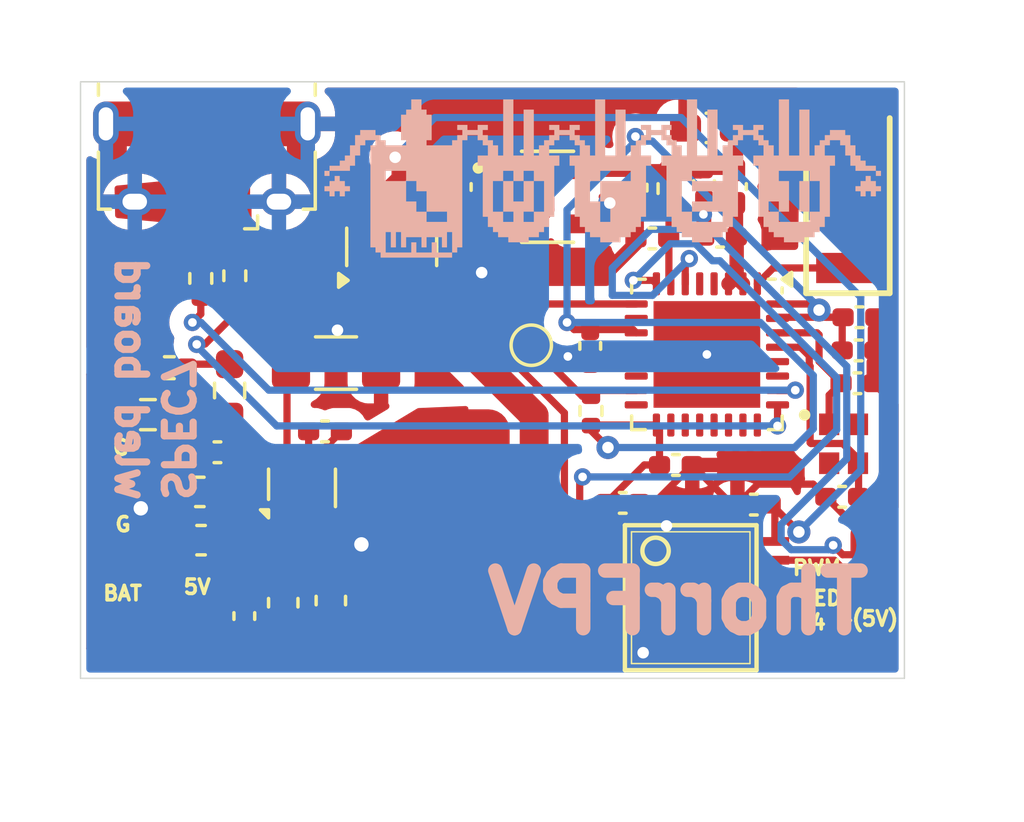
<source format=kicad_pcb>
(kicad_pcb (version 20240108) (generator "pcbnew") (generator_version "8.0")
  (layers (0 "F.Cu" signal) (31 "B.Cu" signal) (34 "B.Paste" user) (35 "F.Paste" user) (36 "B.SilkS" user "B.Silkscreen") (37 "F.SilkS" user "F.Silkscreen") (38 "B.Mask" user) (39 "F.Mask" user) (44 "Edge.Cuts" user))
  (net 0 "")
  (net 1 "Net-(ANT1-FEED)")
  (net 3 "+BATT")
  (net 4 "GND")
  (net 5 "Net-(U1-SS)")
  (net 6 "Net-(U1-BST)")
  (net 7 "Net-(U1-SW)")
  (net 8 "5VBUCK")
  (net 9 "3V3")
  (net 10 "5V")
  (net 11 "Net-(U2-XTAL_P)")
  (net 12 "Net-(U2-XTAL_N)")
  (net 13 "VDD3P3")
  (net 14 "EN")
  (net 15 "5VUSB")
  (net 17 "LEDDATA")
  (net 19 "GPIO4")
  (net 20 "LEDDATA5V")
  (net 23 "GPIO45V")
  (net 24 "Net-(J1-D-)")
  (net 25 "Net-(J1-D+)")
  (net 27 "Net-(R1-Pad2)")
  (net 28 "Net-(U1-FB)")
  (net 29 "D-")
  (net 30 "D+")
  (net 31 "PWM")
  (net 44 "BOOT")
  (footprint "Capacitor_SMD:C_0603_1608Metric_Pad1.08x0.95mm_HandSolder" (layer "F.Cu") (at 144.77 108.38 90)
    (property "Reference" "C6" (hide yes))
    (property "Value" "C22µF")
  )
  (footprint "Resistor_SMD:R_0402_1005Metric_Pad0.72x0.64mm_HandSolder" (layer "F.Cu") (at 140.26 97.2025 90)
    (property "Reference" "R5" (hide yes))
    (property "Value" "R22")
  )
  (footprint "Capacitor_SMD:C_0402_1005Metric_Pad0.74x0.62mm_HandSolder" (layer "F.Cu") (at 141.77 108.9175 90)
    (property "Reference" "C8" (hide yes))
    (property "Value" "C100nF")
  )
  (footprint "Resistor_SMD:R_0402_1005Metric_Pad0.72x0.64mm_HandSolder" (layer "F.Cu") (at 141.44 97.11 90)
    (property "Reference" "R4" (hide yes))
    (property "Value" "R22")
  )
  (footprint "custom:solder pad small" (layer "F.Cu") (at 137.47 104.22)
    (property "Reference" "S7" (hide yes))
    (property "Value" "solder pad")
  )
  (footprint "custom:solder pad small" (layer "F.Cu") (at 163.57 107.92 90)
    (property "Reference" "S6" (hide yes))
    (property "Value" "solder pad")
  )
  (footprint "RT9013-33GB:SOT94P279X129-5N" (layer "F.Cu") (at 152.285 94.37)
    (property "Reference" "U3" (hide yes))
    (property "Value" "RT9013-33GB")
  )
  (footprint "Capacitor_SMD:C_0402_1005Metric_Pad0.74x0.62mm_HandSolder" (layer "F.Cu") (at 144.5675 102.51)
    (property "Reference" "C5" (hide yes))
    (property "Value" "C100nF")
  )
  (footprint "Capacitor_SMD:C_0402_1005Metric_Pad0.74x0.62mm_HandSolder" (layer "F.Cu") (at 154.8925 104.99 180)
    (property "Reference" "C21" (hide yes))
    (property "Value" "C100nF")
  )
  (footprint "custom:solder pad small" (layer "F.Cu") (at 163.58 110.16 90)
    (property "Reference" "S5" (hide yes))
    (property "Value" "solder pad")
  )
  (footprint "Resistor_SMD:R_0402_1005Metric_Pad0.72x0.64mm_HandSolder" (layer "F.Cu") (at 156.4975 94.085 -90)
    (property "Reference" "R6" (hide yes))
    (property "Value" "R10k")
  )
  (footprint "Capacitor_SMD:C_0603_1608Metric_Pad1.08x0.95mm_HandSolder" (layer "F.Cu") (at 140.2275 104.61 180)
    (property "Reference" "C2" (hide yes))
    (property "Value" "C10µF")
  )
  (footprint "XRCGB40M000F1S1DR0:OSC_XRCGB40M000F1S1DR0" (layer "F.Cu") (at 162.55 102.94)
    (property "Reference" "Y1" (hide yes))
    (property "Value" "XRCGB40M000F1S1DR0")
  )
  (footprint "Inductor_SMD:L_0402_1005Metric_Pad0.77x0.64mm_HandSolder" (layer "F.Cu") (at 158.8175 94.015 -90)
    (property "Reference" "L2" (hide yes))
    (property "Value" "L2nH")
  )
  (footprint "custom:solder pad small" (layer "F.Cu") (at 140.24 109.11 180)
    (property "Reference" "S4" (hide yes))
    (property "Value" "solder pad")
  )
  (footprint "Capacitor_SMD:C_0402_1005Metric_Pad0.74x0.62mm_HandSolder" (layer "F.Cu") (at 163.03 100.84 180)
    (property "Reference" "C11" (hide yes))
    (property "Value" "C7pF")
  )
  (footprint "Capacitor_SMD:C_0402_1005Metric_Pad0.74x0.62mm_HandSolder" (layer "F.Cu") (at 153.765 99.545 90)
    (property "Reference" "C16" (hide yes))
    (property "Value" "C0.1µF")
  )
  (footprint "Resistor_SMD:R_0603_1608Metric_Pad0.98x0.95mm_HandSolder" (layer "F.Cu") (at 141.26 101.09 -90)
    (property "Reference" "R2" (hide yes))
    (property "Value" "R53.6k")
  )
  (footprint "Capacitor_SMD:C_0402_1005Metric_Pad0.74x0.62mm_HandSolder" (layer "F.Cu") (at 162.5025 104.78 180)
    (property "Reference" "C12" (hide yes))
    (property "Value" "C7pF")
  )
  (footprint "Capacitor_SMD:C_0402_1005Metric_Pad0.74x0.62mm_HandSolder" (layer "F.Cu") (at 155.9175 95.815 180)
    (property "Reference" "C20" (hide yes))
    (property "Value" "C1µF")
  )
  (footprint "Capacitor_SMD:C_0402_1005Metric_Pad0.74x0.62mm_HandSolder" (layer "F.Cu") (at 163.1 98.55 180)
    (property "Reference" "C15" (hide yes))
    (property "Value" "C1µF")
  )
  (footprint "ADG3304BRUZ:TSSOP14" (layer "F.Cu") (at 157.25 108.28 -90)
    (property "Reference" "IC1" (hide yes))
    (property "Value" "ADG3304BRUZ")
  )
  (footprint "custom:solder pad small" (layer "F.Cu") (at 161.76 110.13 -90)
    (property "Reference" "S8" (hide yes))
    (property "Value" "solder pad")
  )
  (footprint "Connector_USB:USB_Micro-B_Amphenol_10118194_Horizontal" (layer "F.Cu") (at 140.47 93.14 180)
    (property "Reference" "J1" (hide yes))
    (property "Value" "USB_B_Micro")
  )
  (footprint "Capacitor_SMD:C_1206_3216Metric_Pad1.33x1.80mm_HandSolder" (layer "F.Cu") (at 144.95 100.14)
    (property "Reference" "C4" (hide yes))
    (property "Value" "C33nF")
  )
  (footprint "custom:solder pad small" (layer "F.Cu") (at 137.6 109.39)
    (property "Reference" "S1" (hide yes))
    (property "Value" "solder pad")
  )
  (footprint "custom:solder pad small" (layer "F.Cu") (at 163.59 106.39 90)
    (property "Reference" "S3" (hide yes))
    (property "Value" "solder pad")
  )
  (footprint "Capacitor_SMD:C_0402_1005Metric_Pad0.74x0.62mm_HandSolder" (layer "F.Cu") (at 158.2675 95.755 180)
    (property "Reference" "C19" (hide yes))
    (property "Value" "C1µF")
  )
  (footprint "TestPoint:TestPoint_Pad_D1.0mm" (layer "F.Cu") (at 151.72 99.52)
    (property "Reference" "TP1" (hide yes))
    (property "Value" "Boot2")
  )
  (footprint "custom:solder pad small" (layer "F.Cu") (at 137.56 106.89)
    (property "Reference" "S2" (hide yes))
    (property "Value" "solder pad")
  )
  (footprint "Capacitor_SMD:C_0402_1005Metric_Pad0.74x0.62mm_HandSolder" (layer "F.Cu") (at 149.275 94.03 90)
    (property "Reference" "C10" (hide yes))
    (property "Value" "C1µF")
  )
  (footprint "Capacitor_SMD:C_0402_1005Metric_Pad0.74x0.62mm_HandSolder" (layer "F.Cu") (at 156.735 103.675 180)
    (property "Reference" "C13" (hide yes))
    (property "Value" "C0.1µF")
  )
  (footprint "Package_TO_SOT_SMD:SOT-23" (layer "F.Cu") (at 146.88 96.1075 90)
    (property "Reference" "D1" (hide yes))
    (property "Value" "BAT54C")
  )
  (footprint "Capacitor_SMD:C_0402_1005Metric_Pad0.74x0.62mm_HandSolder" (layer "F.Cu") (at 163.07 99.7 180)
    (property "Reference" "C14" (hide yes))
    (property "Value" "C10nF")
  )
  (footprint "Resistor_SMD:R_0603_1608Metric_Pad0.98x0.95mm_HandSolder" (layer "F.Cu") (at 138.4275 101.93 180)
    (property "Reference" "R3" (hide yes))
    (property "Value" "R10.2k")
  )
  (footprint "Package_TO_SOT_SMD:SOT-583-8" (layer "F.Cu") (at 143.77 104.47 90)
    (property "Reference" "U1" (hide yes))
    (property "Value" "TPS62933")
  )
  (footprint "Capacitor_SMD:C_0603_1608Metric_Pad1.08x0.95mm_HandSolder" (layer "F.Cu") (at 140.27 106.285 180)
    (property "Reference" "C1" (hide yes))
    (property "Value" "C10µF")
  )
  (footprint "Capacitor_SMD:C_0603_1608Metric_Pad1.08x0.95mm_HandSolder" (layer "F.Cu") (at 157.9325 91.98 180)
    (property "Reference" "C17" (hide yes))
    (property "Value" "C10µF")
  )
  (footprint "custom:7443734948068 inductor" (layer "F.Cu") (at 149.22 103.22 -90)
    (property "Reference" "L1" (hide yes))
    (property "Value" "L_Iron_Small6,8µH")
  )
  (footprint "Resistor_SMD:R_0402_1005Metric_Pad0.72x0.64mm_HandSolder" (layer "F.Cu") (at 139.17 100.3)
    (property "Reference" "R1" (hide yes))
    (property "Value" "R49.9")
  )
  (footprint "Resistor_SMD:R_0402_1005Metric" (layer "F.Cu") (at 153.79 101.8 -90)
    (property "Reference" "R7" (hide yes))
    (property "Value" "R10k")
  )
  (footprint "ANT5320LL04R2455A:ANTC5320X170N" (layer "F.Cu") (at 162.7 94.24 90)
    (property "Reference" "ANT1" (hide yes))
    (property "Value" "ANT5320LL04R2455A" (hide yes))
  )
  (footprint "Capacitor_SMD:C_0402_1005Metric_Pad0.74x0.62mm_HandSolder" (layer "F.Cu") (at 140.8375 103.235 180)
    (property "Reference" "C3" (hide yes))
    (property "Value" "C100nF")
  )
  (footprint "Package_DFN_QFN:QFN-32-1EP_5x5mm_P0.5mm_EP3.7x3.7mm" (layer "F.Cu") (at 157.81 99.84 -90)
    (property "Reference" "U2" (hide yes))
    (property "Value" "ESP32-C3")
  )
  (footprint "Capacitor_SMD:C_0402_1005Metric_Pad0.74x0.62mm_HandSolder" (layer "F.Cu") (at 159.4375 105.05)
    (property "Reference" "C22" (hide yes))
    (property "Value" "C100nF")
  )
  (footprint "Capacitor_SMD:C_0402_1005Metric_Pad0.74x0.62mm_HandSolder" (layer "F.Cu") (at 155.3725 94.0525 -90)
    (property "Reference" "C9" (hide yes))
    (property "Value" "C1µF")
  )
  (footprint "Capacitor_SMD:C_0402_1005Metric_Pad0.74x0.62mm_HandSolder" (layer "F.Cu") (at 157.7125 93.93 -90)
    (property "Reference" "C18" (hide yes))
    (property "Value" "C0.1µF")
  )
  (footprint "Capacitor_SMD:C_0603_1608Metric_Pad1.08x0.95mm_HandSolder" (layer "F.Cu") (at 143.12 108.455 90)
    (property "Reference" "C7" (hide yes))
    (property "Value" "C22µF")
  )
  (footprint "LOGO" (layer "B.Cu") (at 154.2 93.73)
    (property "Reference" "G***" (hide yes))
    (property "Value" "LOGO" (hide yes))
  )
  (gr_poly (pts (xy 139.19 93.9) (xy 137.37 94.08) (xy 137.39 95.01) (xy 139.3 95.19) (xy 139.31 93.9)) (stroke (width 0.2)) (fill solid) (layer "F.Cu") (net 4))
  (gr_poly (pts (xy 145.5 104.09) (xy 149.44 104.7) (xy 149.44 101.73) (xy 147.82 101.8) (xy 145.3 103.31) (xy 144.43 103.39) (xy 144.46 104)) (stroke (width 0.2)) (fill solid) (layer "F.Cu") (net 7))
  (gr_rect (start 136.09 90.38) (end 164.66 111.08) (stroke (width 0.05)) (fill none) (layer "Edge.Cuts"))
  (gr_text "ThorrFPV" (at 163.66 109.61 0) (layer "B.SilkS") (effects (font (size 2 2) (thickness 0.5) (bold yes)) (justify left bottom mirror)))
  (gr_text "SPEC7 \nwled board" (at 137.25 105.02 270) (layer "B.SilkS") (effects (font (size 1 1) (thickness 0.25) (bold yes)) (justify left bottom mirror)))
  (gr_text "LED\n" (at 161.02 108.59 0) (layer "F.SilkS") (effects (font (size 0.5 0.5) (thickness 0.125) (bold yes)) (justify left bottom)))
  (gr_text "G" (at 137.15 103.37 0) (layer "F.SilkS") (effects (font (size 0.5 0.5) (thickness 0.125) (bold yes)) (justify left bottom)))
  (gr_text "4\n" (at 161.36 109.43 0) (layer "F.SilkS") (effects (font (size 0.5 0.5) (thickness 0.125) (bold yes)) (justify left bottom)))
  (gr_text "5V\n" (at 139.6 108.2 0) (layer "F.SilkS") (effects (font (size 0.5 0.5) (thickness 0.125) (bold yes)) (justify left bottom)))
  (gr_text "G" (at 137.23 106.03 0) (layer "F.SilkS") (effects (font (size 0.5 0.5) (thickness 0.125) (bold yes)) (justify left bottom)))
  (gr_text "PWM\n" (at 160.72 107.54 0) (layer "F.SilkS") (effects (font (size 0.5 0.5) (thickness 0.125) (bold yes)) (justify left bottom)))
  (gr_text "BAT\n" (at 136.81 108.42 0) (layer "F.SilkS") (effects (font (size 0.5 0.5) (thickness 0.125) (bold yes)) (justify left bottom)))
  (gr_text "4(5V)\n" (at 162.3 109.3 0) (layer "F.SilkS") (effects (font (size 0.5 0.5) (thickness 0.125) (bold yes)) (justify left bottom)))
  (segment (start 160.11 96.84) (end 162.7 96.84) (width 0.25) (layer "F.Cu") (net 1))
  (segment (start 159.56 97.39) (end 160.11 96.84) (width 0.25) (layer "F.Cu") (net 1))
  (segment (start 137.6 109.16) (end 139.16 107.6) (width 1) (layer "F.Cu") (net 3))
  (segment (start 141.405 104.295) (end 141.405 103.235) (width 1) (layer "F.Cu") (net 3))
  (segment (start 141.1325 104.6525) (end 141.09 104.61) (width 1) (layer "F.Cu") (net 3))
  (segment (start 144.02 105.64793) (end 143.38293 106.285) (width 0.5) (layer "F.Cu") (net 3))
  (segment (start 144.02 105.21) (end 144.02 105.64793) (width 0.5) (layer "F.Cu") (net 3))
  (segment (start 139.16 107.6) (end 139.8175 107.6) (width 1) (layer "F.Cu") (net 3))
  (segment (start 141.09 104.61) (end 141.405 104.295) (width 1) (layer "F.Cu") (net 3))
  (segment (start 141.1325 106.285) (end 141.1325 104.6525) (width 1) (layer "F.Cu") (net 3))
  (segment (start 143.38293 106.285) (end 141.1325 106.285) (width 0.5) (layer "F.Cu") (net 3))
  (segment (start 139.8175 107.6) (end 141.1325 106.285) (width 1) (layer "F.Cu") (net 3))
  (segment (start 139.365 104.61) (end 139.365 104.14) (width 1) (layer "F.Cu") (net 4))
  (segment (start 155.9875 104.99) (end 155.46 104.99) (width 0.25) (layer "F.Cu") (net 4))
  (segment (start 149.275 95.275) (end 149.275 94.5975) (width 0.5) (layer "F.Cu") (net 4))
  (segment (start 143.12 107.5925) (end 144.695 107.5925) (width 1) (layer "F.Cu") (net 4))
  (segment (start 163.6675 98.55) (end 163.6675 99.67) (width 0.25) (layer "F.Cu") (net 4))
  (segment (start 139.4075 104.6525) (end 139.365 104.61) (width 1) (layer "F.Cu") (net 4))
  (segment (start 153.765 100.1125) (end 153.1925 100.1125) (width 0.25) (layer "F.Cu") (net 4))
  (segment (start 163.94 101.1825) (end 163.94 104.94) (width 0.25) (layer "F.Cu") (net 4))
  (segment (start 149.275 94.5975) (end 150.8125 94.5975) (width 0.5) (layer "F.Cu") (net 4))
  (segment (start 163.38 105.5) (end 162.655 105.5) (width 0.25) (layer "F.Cu") (net 4))
  (segment (start 163.94 104.94) (end 163.38 105.5) (width 0.25) (layer "F.Cu") (net 4))
  (segment (start 144.695 107.5925) (end 144.77 107.5175) (width 1) (layer "F.Cu") (net 4))
  (segment (start 155.46 104.99) (end 155.61 104.99) (width 0.25) (layer "F.Cu") (net 4))
  (segment (start 139.4075 106.285) (end 139.4075 104.6525) (width 1) (layer "F.Cu") (net 4))
  (segment (start 138.165 106.285) (end 139.4075 106.285) (width 1) (layer "F.Cu") (net 4))
  (segment (start 157.7 95.755) (end 157.7 94.99) (width 0.5) (layer "F.Cu") (net 4))
  (segment (start 159.58 104.34) (end 158.87 105.05) (width 0.25) (layer "F.Cu") (net 4))
  (segment (start 155.338254 94.585754) (end 155.3725 94.62) (width 0.5) (layer "F.Cu") (net 4))
  (segment (start 137.56 106.89) (end 138.165 106.285) (width 1) (layer "F.Cu") (net 4))
  (segment (start 157.69 94.52) (end 157.7125 94.4975) (width 0.5) (layer "F.Cu") (net 4))
  (segment (start 163.6675 99.67) (end 163.6375 99.7) (width 0.25) (layer "F.Cu") (net 4))
  (segment (start 155.61 104.99) (end 156.41 105.79) (width 0.25) (layer "F.Cu") (net 4))
  (segment (start 142.03 108.09) (end 142.6225 108.09) (width 1) (layer "F.Cu") (net 4))
  (segment (start 155.3725 94.62) (end 155.3725 95.7925) (width 0.5) (layer "F.Cu") (net 4))
  (segment (start 158.6775 105.05) (end 157.3025 103.675) (width 0.25) (layer "F.Cu") (net 4))
  (segment (start 154.3722 110.19) (end 154.3322 110.23) (width 0.25) (layer "F.Cu") (net 4))
  (segment (start 151.04 94.37) (end 151.115 94.37) (width 0.5) (layer "F.Cu") (net 4))
  (segment (start 138.18 105.18) (end 137.56 105.8) (width 1) (layer "F.Cu") (net 4))
  (segment (start 163.5975 100.84) (end 163.94 101.1825) (width 0.25) (layer "F.Cu") (net 4))
  (segment (start 142.6225 108.09) (end 143.12 107.5925) (width 1) (layer "F.Cu") (net 4))
  (segment (start 155.3725 95.7925) (end 155.35 95.815) (width 0.5) (layer "F.Cu") (net 4))
  (segment (start 154.442861 94.585754) (end 155.338254 94.585754) (width 0.5) (layer "F.Cu") (net 4))
  (segment (start 140.27 103.235) (end 138.82 103.235) (width 1) (layer "F.Cu") (net 4))
  (segment (start 163.6375 99.7) (end 163.6375 100.8) (width 0.25) (layer "F.Cu") (net 4))
  (segment (start 158.87 105.05) (end 158.6775 105.05) (width 0.25) (layer "F.Cu") (net 4))
  (segment (start 162.655 105.5) (end 161.935 104.78) (width 0.25) (layer "F.Cu") (net 4))
  (segment (start 146.5125 100.14) (end 146.14 100.14) (width 0.5) (layer "F.Cu") (net 4))
  (segment (start 163.6375 100.8) (end 163.5975 100.84) (width 0.25) (layer "F.Cu") (net 4))
  (segment (start 144.77 107.49) (end 145.83 106.43) (width 1) (layer "F.Cu") (net 4))
  (segment (start 146.14 100.14) (end 145 99) (width 0.5) (layer "F.Cu") (net 4))
  (segment (start 137.445 91.84) (end 143.495 91.84) (width 1) (layer "F.Cu") (net 4))
  (segment (start 155.6 110.19) (end 154.3722 110.19) (width 0.25) (layer "F.Cu") (net 4))
  (segment (start 157.7 94.99) (end 157.69 94.98) (width 0.5) (layer "F.Cu") (net 4))
  (segment (start 157.69 94.98) (end 157.69 94.52) (width 0.5) (layer "F.Cu") (net 4))
  (segment (start 139.365 104.14) (end 140.27 103.235) (width 1) (layer "F.Cu") (net 4))
  (segment (start 151 97) (end 149.275 95.275) (width 0.5) (layer "F.Cu") (net 4))
  (segment (start 138.75 104.61) (end 139.365 104.61) (width 1) (layer "F.Cu") (net 4))
  (segment (start 144.77 107.5175) (end 144.77 107.49) (width 1) (layer "F.Cu") (net 4))
  (segment (start 153.1925 100.1125) (end 152.99 99.91) (width 0.25) (layer "F.Cu") (net 4))
  (segment (start 138.18 105.18) (end 138.18 104.76) (width 1) (layer "F.Cu") (net 4))
  (segment (start 157.3025 103.675) (end 155.9875 104.99) (width 0.25) (layer "F.Cu") (net 4))
  (segment (start 138.82 103.235) (end 137.515 101.93) (width 1) (layer "F.Cu") (net 4))
  (segment (start 137.56 105.8) (end 137.56 106.89) (width 1) (layer "F.Cu") (net 4))
  (segment (start 161.495 104.34) (end 159.58 104.34) (width 0.25) (layer "F.Cu") (net 4))
  (segment (start 144.61 105.21) (end 145.83 106.43) (width 0.25) (layer "F.Cu") (net 4))
  (segment (start 138.18 105.18) (end 138.75 104.61) (width 1) (layer "F.Cu") (net 4))
  (segment (start 161.935 104.78) (end 161.495 104.34) (width 0.25) (layer "F.Cu") (net 4))
  (segment (start 155.3575 95.975) (end 154.3325 97) (width 0.5) (layer "F.Cu") (net 4))
  (segment (start 150.8125 94.5975) (end 151.04 94.37) (width 0.5) (layer "F.Cu") (net 4))
  (segment (start 151 97) (end 150 97) (width 0.5) (layer "F.Cu") (net 4))
  (segment (start 138.18 104.76) (end 137.56 104.14) (width 1) (layer "F.Cu") (net 4))
  (segment (start 144.52 105.21) (end 144.61 105.21) (width 0.25) (layer "F.Cu") (net 4))
  (segment (start 141.77 108.35) (end 142.03 108.09) (width 1) (layer "F.Cu") (net 4))
  (segment (start 154.3325 97) (end 151 97) (width 0.5) (layer "F.Cu") (net 4))
  (via (at 145 99) (size 0.8) (drill 0.4) (layers "F.Cu" "B.Cu") (net 4))
  (via (at 156.41 105.79) (size 0.8) (drill 0.4) (layers "F.Cu" "B.Cu") (net 4))
  (via (at 154.442861 94.585754) (size 0.8) (drill 0.4) (layers "F.Cu" "B.Cu") (net 4))
  (via (at 155.6 110.19) (size 0.8) (drill 0.4) (layers "F.Cu" "B.Cu") (net 4))
  (via (at 152.99 99.91) (size 0.6) (drill 0.3) (layers "F.Cu" "B.Cu") (net 4))
  (via (at 150 97) (size 0.8) (drill 0.4) (layers "F.Cu" "B.Cu") (net 4))
  (via (at 157.69 94.98) (size 0.6) (drill 0.3) (layers "F.Cu" "B.Cu") (net 4))
  (via (at 138.18 105.18) (size 0.8) (drill 0.5) (layers "F.Cu" "B.Cu") (net 4))
  (via (at 145.83 106.43) (size 0.8) (drill 0.5) (layers "F.Cu" "B.Cu") (net 4))
  (via (at 157.81 99.84) (size 0.6) (drill 0.3) (layers "F.Cu" "B.Cu") (net 4))
  (segment (start 156.41 109.38) (end 155.6 110.19) (width 0.25) (layer "B.Cu") (net 4))
  (segment (start 154.837107 94.98) (end 157.69 94.98) (width 0.5) (layer "B.Cu") (net 4))
  (segment (start 154.442861 94.585754) (end 154.837107 94.98) (width 0.5) (layer "B.Cu") (net 4))
  (segment (start 156.41 105.79) (end 156.41 109.38) (width 0.25) (layer "B.Cu") (net 4))
  (segment (start 143.25 100.2775) (end 143.3875 100.14) (width 0.25) (layer "F.Cu") (net 5))
  (segment (start 143.52 103.73) (end 143.52 103.395) (width 0.25) (layer "F.Cu") (net 5))
  (segment (start 143.52 103.395) (end 143.25 103.125) (width 0.25) (layer "F.Cu") (net 5))
  (segment (start 143.25 103.125) (end 143.25 100.2775) (width 0.25) (layer "F.Cu") (net 5))
  (segment (start 144 103.71) (end 144.02 103.73) (width 0.25) (layer "F.Cu") (net 6))
  (segment (start 144 102.51) (end 144 103.71) (width 0.25) (layer "F.Cu") (net 6))
  (segment (start 144.52 103.73) (end 144.52 103.125) (width 0.25) (layer "F.Cu") (net 7))
  (segment (start 144.52 103.125) (end 145.135 102.51) (width 0.25) (layer "F.Cu") (net 7))
  (segment (start 144.5275 109.485) (end 144.77 109.2425) (width 1) (layer "F.Cu") (net 8))
  (segment (start 140.615 109.485) (end 141.77 109.485) (width 1) (layer "F.Cu") (net 8))
  (segment (start 148.6475 109.2425) (end 149.22 108.67) (width 1) (layer "F.Cu") (net 8))
  (segment (start 141.77 109.485) (end 144.5275 109.485) (width 1) (layer "F.Cu") (net 8))
  (segment (start 149.22 108.67) (end 151.82 106.07) (width 1) (layer "F.Cu") (net 8))
  (segment (start 147.83 97.97) (end 147.83 97.045) (width 1) (layer "F.Cu") (net 8))
  (segment (start 144.77 109.2425) (end 148.6475 109.2425) (width 1) (layer "F.Cu") (net 8))
  (segment (start 136.91 110.54) (end 138.81 110.54) (width 0.25) (layer "F.Cu") (net 8))
  (segment (start 138.81 110.54) (end 140.24 109.11) (width 0.25) (layer "F.Cu") (net 8))
  (segment (start 151.82 106.07) (end 151.82 101.96) (width 1) (layer "F.Cu") (net 8))
  (segment (start 151.82 101.96) (end 147.83 97.97) (width 1) (layer "F.Cu") (net 8))
  (segment (start 140.24 109.11) (end 140.615 109.485) (width 1) (layer "F.Cu") (net 8))
  (segment (start 136.65 100.3) (end 136.415 100.535) (width 0.25) (layer "F.Cu") (net 8))
  (segment (start 136.415 100.535) (end 136.415 110.045) (width 0.25) (layer "F.Cu") (net 8))
  (segment (start 136.415 110.045) (end 136.91 110.54) (width 0.25) (layer "F.Cu") (net 8))
  (segment (start 138.5725 100.3) (end 136.65 100.3) (width 0.25) (layer "F.Cu") (net 8))
  (segment (start 158.8175 93.4425) (end 158.8175 92.0025) (width 0.5) (layer "F.Cu") (net 9))
  (segment (start 157.5875 93.4875) (end 157.7125 93.3625) (width 0.5) (layer "F.Cu") (net 9))
  (segment (start 158.8175 92.0025) (end 158.795 91.98) (width 0.5) (layer "F.Cu") (net 9))
  (segment (start 162.5025 98.58) (end 162.5325 98.55) (width 0.25) (layer "F.Cu") (net 9))
  (segment (start 153.605 93.43) (end 155.165 93.43) (width 0.5) (layer "F.Cu") (net 9))
  (segment (start 155.1575 93.27) (end 155.3725 93.485) (width 0.5) (layer "F.Cu") (net 9))
  (segment (start 161.49 98.09) (end 160.26 98.09) (width 0.25) (layer "F.Cu") (net 9))
  (segment (start 153.81 102.29) (end 153.79 102.31) (width 0.25) (layer "F.Cu") (net 9))
  (segment (start 155.64 103.675) (end 154.325 104.99) (width 0.25) (layer "F.Cu") (net 9))
  (segment (start 160.1678 110.23) (end 159.46 110.23) (width 0.25) (layer "F.Cu") (net 9))
  (segment (start 153.765 98.9775) (end 155.2475 98.9775) (width 0.25) (layer "F.Cu") (net 9))
  (segment (start 161.7 98.3) (end 161.95 98.55) (width 0.25) (layer "F.Cu") (net 9))
  (segment (start 156.1675 103.675) (end 155.64 103.675) (width 0.25) (layer "F.Cu") (net 9))
  (segment (start 153.79 102.31) (end 153.79 102.48) (width 0.25) (layer "F.Cu") (net 9))
  (segment (start 156.4975 93.4875) (end 157.5875 93.4875) (width 0.5) (layer "F.Cu") (net 9))
  (segment (start 161.95 98.55) (end 162.5325 98.55) (width 0.25) (layer "F.Cu") (net 9))
  (segment (start 153.2075 98.9775) (end 152.96 98.73) (width 0.25) (layer "F.Cu") (net 9))
  (segment (start 155.56 106.33) (end 154.3322 106.33) (width 0.25) (layer "F.Cu") (net 9))
  (segment (start 160.3 98.55) (end 160.26 98.59) (width 0.25) (layer "F.Cu") (net 9))
  (segment (start 159.46 110.23) (end 155.56 106.33) (width 0.25) (layer "F.Cu") (net 9))
  (segment (start 153.765 98.9775) (end 153.2075 98.9775) (width 0.25) (layer "F.Cu") (net 9))
  (segment (start 156.1675 103.675) (end 156.1675 102.3975) (width 0.25) (layer "F.Cu") (net 9))
  (segment (start 154.325 106.3228) (end 154.3322 106.33) (width 0.25) (layer "F.Cu") (net 9))
  (segment (start 155.3725 93.485) (end 156.495 93.485) (width 0.5) (layer "F.Cu") (net 9))
  (segment (start 158.7375 93.3625) (end 158.8175 93.4425) (width 0.5) (layer "F.Cu") (net 9))
  (segment (start 156.06 102.29) (end 153.81 102.29) (width 0.25) (layer "F.Cu") (net 9))
  (segment (start 162.5325 98.55) (end 160.3 98.55) (width 0.25) (layer "F.Cu") (net 9))
  (segment (start 157.7125 93.3625) (end 158.7375 93.3625) (width 0.5) (layer "F.Cu") (net 9))
  (segment (start 155.3325 93.445) (end 155.3725 93.485) (width 0.25) (layer "F.Cu") (net 9))
  (segment (start 155.3325 92.28) (end 155.3325 93.445) (width 0.25) (layer "F.Cu") (net 9))
  (segment (start 155.2475 98.9775) (end 155.36 99.09) (width 0.25) (layer "F.Cu") (net 9))
  (segment (start 156.1675 102.3975) (end 156.06 102.29) (width 0.25) (layer "F.Cu") (net 9))
  (segment (start 153.79 102.48) (end 154.38 103.07) (width 0.25) (layer "F.Cu") (net 9))
  (segment (start 156.495 93.485) (end 156.4975 93.4875) (width 0.5) (layer "F.Cu") (net 9))
  (segment (start 161.7 98.3) (end 161.49 98.09) (width 0.25) (layer "F.Cu") (net 9))
  (segment (start 162.5025 99.7) (end 162.5025 98.58) (width 0.25) (layer "F.Cu") (net 9))
  (segment (start 154.325 104.99) (end 154.325 106.3228) (width 0.25) (layer "F.Cu") (net 9))
  (via (at 154.38 103.07) (size 0.8) (drill 0.4) (layers "F.Cu" "B.Cu") (net 9))
  (via (at 152.96 98.73) (size 0.6) (drill 0.3) (layers "F.Cu" "B.Cu") (net 9))
  (via (at 155.3325 92.28) (size 0.6) (drill 0.3) (layers "F.Cu" "B.Cu") (net 9))
  (via (at 161.7 98.3) (size 0.8) (drill 0.4) (layers "F.Cu" "B.Cu") (net 9))
  (segment (start 155.92 92.44) (end 155.34 92.44) (width 0.25) (layer "B.Cu") (net 9))
  (segment (start 154.38 103.07) (end 160.85 103.07) (width 0.25) (layer "B.Cu") (net 9))
  (segment (start 161.5 102.42) (end 161.5 100.57) (width 0.25) (layer "B.Cu") (net 9))
  (segment (start 161.7 98.3) (end 161.7 98.22) (width 0.25) (layer "B.Cu") (net 9))
  (segment (start 159.66 98.73) (end 152.96 98.73) (width 0.25) (layer "B.Cu") (net 9))
  (segment (start 161.5 100.57) (end 159.66 98.73) (width 0.25) (layer "B.Cu") (net 9))
  (segment (start 155.34 92.44) (end 152.96 94.82) (width 0.25) (layer "B.Cu") (net 9))
  (segment (start 152.96 94.82) (end 152.96 98.73) (width 0.25) (layer "B.Cu") (net 9))
  (segment (start 161.7 98.22) (end 155.92 92.44) (width 0.25) (layer "B.Cu") (net 9))
  (segment (start 160.85 103.07) (end 161.5 102.42) (width 0.25) (layer "B.Cu") (net 9))
  (segment (start 160.005 105.05) (end 160.05 105.05) (width 0.25) (layer "F.Cu") (net 10))
  (segment (start 147 93) (end 147 95.05) (width 0.25) (layer "F.Cu") (net 10))
  (segment (start 149.275 93.4625) (end 151.0825 93.4625) (width 0.5) (layer "F.Cu") (net 10))
  (segment (start 146.88 95.17) (end 146.88 93.95) (width 0.5) (layer "F.Cu") (net 10))
  (segment (start 160.1678 105.2128) (end 160.005 105.05) (width 0.25) (layer "F.Cu") (net 10))
  (segment (start 151.724999 93.43) (end 152.27 93.975001) (width 0.5) (layer "F.Cu") (net 10))
  (segment (start 151.78 95.31) (end 151.115 95.31) (width 0.5) (layer "F.Cu") (net 10))
  (segment (start 160.05 105.05) (end 161 106) (width 0.25) (layer "F.Cu") (net 10))
  (segment (start 152.27 94.82) (end 151.78 95.31) (width 0.5) (layer "F.Cu") (net 10))
  (segment (start 151.115 93.43) (end 151.724999 93.43) (width 0.5) (layer "F.Cu") (net 10))
  (segment (start 147.3675 93.4625) (end 149.275 93.4625) (width 0.5) (layer "F.Cu") (net 10))
  (segment (start 152.27 93.975001) (end 152.27 94.82) (width 0.5) (layer "F.Cu") (net 10))
  (segment (start 160.1678 106.33) (end 160.1678 105.2128) (width 0.25) (layer "F.Cu") (net 10))
  (segment (start 151.0825 93.4625) (end 151.115 93.43) (width 0.5) (layer "F.Cu") (net 10))
  (segment (start 146.88 93.95) (end 147.3675 93.4625) (width 0.5) (layer "F.Cu") (net 10))
  (segment (start 147 95.05) (end 146.88 95.17) (width 0.25) (layer "F.Cu") (net 10))
  (via (at 147 93) (size 0.8) (drill 0.4) (layers "F.Cu" "B.Cu") (net 10))
  (via (at 161 106) (size 0.8) (drill 0.4) (layers "F.Cu" "B.Cu") (net 10))
  (segment (start 161 106) (end 163.145018 103.854982) (width 0.25) (layer "B.Cu") (net 10))
  (segment (start 156.915 91.62) (end 148.38 91.62) (width 0.25) (layer "B.Cu") (net 10))
  (segment (start 163.145018 103.854982) (end 163.145018 97.850018) (width 0.25) (layer "B.Cu") (net 10))
  (segment (start 163.145018 97.850018) (end 156.915 91.62) (width 0.25) (layer "B.Cu") (net 10))
  (segment (start 148.38 91.62) (end 147 93) (width 0.25) (layer "B.Cu") (net 10))
  (segment (start 162.05 102.265) (end 162.05 101.2525) (width 0.25) (layer "F.Cu") (net 11))
  (segment (start 161.7 99.16) (end 161.63 99.09) (width 0.25) (layer "F.Cu") (net 11))
  (segment (start 162.4625 100.84) (end 161.7 100.0775) (width 0.25) (layer "F.Cu") (net 11))
  (segment (start 161.63 99.09) (end 160.26 99.09) (width 0.25) (layer "F.Cu") (net 11))
  (segment (start 161.7 100.0775) (end 161.7 99.16) (width 0.25) (layer "F.Cu") (net 11))
  (segment (start 162.05 101.2525) (end 162.4625 100.84) (width 0.25) (layer "F.Cu") (net 11))
  (segment (start 162.52 102.93) (end 161.42 102.93) (width 0.25) (layer "F.Cu") (net 12))
  (segment (start 161.36 99.89) (end 161.06 99.59) (width 0.25) (layer "F.Cu") (net 12))
  (segment (start 161.06 99.59) (end 160.26 99.59) (width 0.25) (layer "F.Cu") (net 12))
  (segment (start 163.07 104.78) (end 163.07 103.635) (width 0.25) (layer "F.Cu") (net 12))
  (segment (start 163.07 103.635) (end 163.05 103.615) (width 0.25) (layer "F.Cu") (net 12))
  (segment (start 161.39 100.248333) (end 161.36 100.218333) (width 0.25) (layer "F.Cu") (net 12))
  (segment (start 161.36 100.218333) (end 161.36 99.89) (width 0.25) (layer "F.Cu") (net 12))
  (segment (start 161.42 102.93) (end 161.39 102.9) (width 0.25) (layer "F.Cu") (net 12))
  (segment (start 163.05 103.615) (end 163.05 103.46) (width 0.25) (layer "F.Cu") (net 12))
  (segment (start 161.39 102.9) (end 161.39 100.248333) (width 0.25) (layer "F.Cu") (net 12))
  (segment (start 163.05 103.46) (end 162.52 102.93) (width 0.25) (layer "F.Cu") (net 12))
  (segment (start 158.8175 94.5875) (end 158.8175 95.7375) (width 0.5) (layer "F.Cu") (net 13))
  (segment (start 158.8425 97.1725) (end 159.06 97.39) (width 0.5) (layer "F.Cu") (net 13))
  (segment (start 158.7775 97.1725) (end 158.56 97.39) (width 0.5) (layer "F.Cu") (net 13))
  (segment (start 158.8425 95.915) (end 158.8425 97.1725) (width 0.5) (layer "F.Cu") (net 13))
  (segment (start 158.8175 95.7375) (end 158.835 95.755) (width 0.5) (layer "F.Cu") (net 13))
  (segment (start 158.8425 97.1725) (end 158.7775 97.1725) (width 0.5) (layer "F.Cu") (net 13))
  (segment (start 156.4975 94.6825) (end 156.4975 95.8025) (width 0.25) (layer "F.Cu") (net 14))
  (segment (start 156.4925 97.3225) (end 156.56 97.39) (width 0.25) (layer "F.Cu") (net 14))
  (segment (start 156.4975 95.8025) (end 156.485 95.815) (width 0.25) (layer "F.Cu") (net 14))
  (segment (start 156.4925 95.975) (end 156.4925 97.3225) (width 0.25) (layer "F.Cu") (net 14))
  (segment (start 141.77 95.214999) (end 143.600001 97.045) (width 0.5) (layer "F.Cu") (net 15))
  (segment (start 143.600001 97.045) (end 145.93 97.045) (width 0.5) (layer "F.Cu") (net 15))
  (segment (start 141.77 94.54) (end 141.77 95.214999) (width 0.5) (layer "F.Cu") (net 15))
  (segment (start 153.4 104.19) (end 153.5 104.09) (width 0.25) (layer "F.Cu") (net 17))
  (segment (start 153.4 105.89) (end 153.4 104.19) (width 0.25) (layer "F.Cu") (net 17))
  (segment (start 155.26 97.27) (end 155.94 97.27) (width 0.25) (layer "F.Cu") (net 17))
  (segment (start 155.94 97.27) (end 156.06 97.39) (width 0.25) (layer "F.Cu") (net 17))
  (segment (start 153.72 106.98) (end 153.7 106.96) (width 0.25) (layer "F.Cu") (net 17))
  (segment (start 153.7 106.96) (end 153.4 106.66) (width 0.25) (layer "F.Cu") (net 17))
  (segment (start 153.4 106.66) (end 153.4 105.89) (width 0.25) (layer "F.Cu") (net 17))
  (segment (start 154.3322 106.98) (end 153.72 106.98) (width 0.25) (layer "F.Cu") (net 17))
  (via (at 153.5 104.09) (size 0.6) (drill 0.3) (layers "F.Cu" "B.Cu") (net 17))
  (via (at 155.26 97.27) (size 0.6) (drill 0.3) (layers "F.Cu" "B.Cu") (net 17))
  (segment (start 155.26 97.27) (end 156.53 96) (width 0.25) (layer "B.Cu") (net 17))
  (segment (start 158.00332 96.59) (end 158.26 96.59) (width 0.25) (layer "B.Cu") (net 17))
  (segment (start 160.68 104.09) (end 153.5 104.09) (width 0.25) (layer "B.Cu") (net 17))
  (segment (start 162.31 102.46) (end 160.68 104.09) (width 0.25) (layer "B.Cu") (net 17))
  (segment (start 158.26 96.59) (end 162.31 100.64) (width 0.25) (layer "B.Cu") (net 17))
  (segment (start 157.41332 96) (end 158.00332 96.59) (width 0.25) (layer "B.Cu") (net 17))
  (segment (start 162.31 100.64) (end 162.31 102.46) (width 0.25) (layer "B.Cu") (net 17))
  (segment (start 156.53 96) (end 157.41332 96) (width 0.25) (layer "B.Cu") (net 17))
  (segment (start 150.91 98.96) (end 151.78 98.09) (width 0.25) (layer "F.Cu") (net 19))
  (segment (start 161.74 109.97) (end 161 110.71) (width 0.2) (layer "F.Cu") (net 19))
  (segment (start 152.87 106.93) (end 152.87 101.87) (width 0.25) (layer "F.Cu") (net 19))
  (segment (start 152.87 101.87) (end 150.91 99.91) (width 0.25) (layer "F.Cu") (net 19))
  (segment (start 154.3322 107.63) (end 153.57 107.63) (width 0.25) (layer "F.Cu") (net 19))
  (segment (start 150.91 99.91) (end 150.91 98.96) (width 0.25) (layer "F.Cu") (net 19))
  (segment (start 161 110.71) (end 159.06 110.71) (width 0.2) (layer "F.Cu") (net 19))
  (segment (start 151.78 98.09) (end 155.36 98.09) (width 0.25) (layer "F.Cu") (net 19))
  (segment (start 153.57 107.63) (end 152.87 106.93) (width 0.25) (layer "F.Cu") (net 19))
  (segment (start 159.06 110.71) (end 155.98 107.63) (width 0.2) (layer "F.Cu") (net 19))
  (segment (start 155.98 107.63) (end 154.3322 107.63) (width 0.2) (layer "F.Cu") (net 19))
  (segment (start 163.4 108.3) (end 163.68 108.02) (width 0.25) (layer "F.Cu") (net 20))
  (segment (start 163.68 108.02) (end 163.68 107.87) (width 0.25) (layer "F.Cu") (net 20))
  (segment (start 163.68 107.87) (end 163.119167 107.87) (width 0.25) (layer "F.Cu") (net 20))
  (segment (start 162.229167 106.98) (end 160.1678 106.98) (width 0.25) (layer "F.Cu") (net 20))
  (segment (start 163.119167 107.87) (end 162.229167 106.98) (width 0.25) (layer "F.Cu") (net 20))
  (segment (start 163.23 109.78) (end 161.08 107.63) (width 0.25) (layer "F.Cu") (net 23))
  (segment (start 163.6 109.78) (end 163.23 109.78) (width 0.25) (layer "F.Cu") (net 23))
  (segment (start 161.08 107.63) (end 160.1678 107.63) (width 0.25) (layer "F.Cu") (net 23))
  (segment (start 141.12 94.54) (end 141.12 96.1925) (width 0.25) (layer "F.Cu") (net 24))
  (segment (start 141.12 96.1925) (end 141.44 96.5125) (width 0.25) (layer "F.Cu") (net 24))
  (segment (start 140.47 94.54) (end 140.47 96.395) (width 0.25) (layer "F.Cu") (net 25))
  (segment (start 140.47 96.395) (end 140.26 96.605) (width 0.25) (layer "F.Cu") (net 25))
  (segment (start 141.26 100.1775) (end 139.89 100.1775) (width 0.25) (layer "F.Cu") (net 27))
  (segment (start 139.89 100.1775) (end 139.7675 100.3) (width 0.25) (layer "F.Cu") (net 27))
  (segment (start 143.02 103.73) (end 142.9875 103.73) (width 0.25) (layer "F.Cu") (net 28))
  (segment (start 141.26 102.0025) (end 139.4125 102.0025) (width 0.25) (layer "F.Cu") (net 28))
  (segment (start 139.4125 102.0025) (end 139.34 101.93) (width 0.25) (layer "F.Cu") (net 28))
  (segment (start 142.9875 103.73) (end 141.26 102.0025) (width 0.25) (layer "F.Cu") (net 28))
  (segment (start 141.44 98.44832) (end 141.44 97.7075) (width 0.25) (layer "F.Cu") (net 29))
  (segment (start 140.135 99.475) (end 140.41332 99.475) (width 0.25) (layer "F.Cu") (net 29))
  (segment (start 140.41332 99.475) (end 141.44 98.44832) (width 0.25) (layer "F.Cu") (net 29))
  (segment (start 160.26 101.59) (end 160.26 102.32) (width 0.25) (layer "F.Cu") (net 29))
  (segment (start 140.12 99.49) (end 140.135 99.475) (width 0.25) (layer "F.Cu") (net 29))
  (via (at 140.12 99.49) (size 0.6) (drill 0.3) (layers "F.Cu" "B.Cu") (net 29))
  (via (at 160.26 102.32) (size 0.6) (drill 0.3) (layers "F.Cu" "B.Cu") (net 29))
  (segment (start 140.12 99.49) (end 140.12 99.546471) (width 0.25) (layer "B.Cu") (net 29))
  (segment (start 140.12 99.546471) (end 142.893529 102.32) (width 0.25) (layer "B.Cu") (net 29))
  (segment (start 142.893529 102.32) (end 160.26 102.32) (width 0.25) (layer "B.Cu") (net 29))
  (segment (start 160.865 101.09) (end 160.875 101.08) (width 0.25) (layer "F.Cu") (net 30))
  (segment (start 160.26 101.09) (end 160.865 101.09) (width 0.25) (layer "F.Cu") (net 30))
  (segment (start 140.26 98.44) (end 140.26 97.8) (width 0.25) (layer "F.Cu") (net 30))
  (segment (start 139.97 98.73) (end 140.26 98.44) (width 0.25) (layer "F.Cu") (net 30))
  (via (at 139.97 98.73) (size 0.6) (drill 0.3) (layers "F.Cu" "B.Cu") (net 30))
  (via (at 160.875 101.08) (size 0.6) (drill 0.3) (layers "F.Cu" "B.Cu") (net 30))
  (segment (start 139.97 98.73) (end 140.27 98.73) (width 0.25) (layer "B.Cu") (net 30))
  (segment (start 140.27 98.73) (end 142.62 101.08) (width 0.25) (layer "B.Cu") (net 30))
  (segment (start 142.62 101.08) (end 160.875 101.08) (width 0.25) (layer "B.Cu") (net 30))
  (segment (start 163.3 106.79) (end 163.38 106.71) (width 0.25) (layer "F.Cu") (net 31))
  (segment (start 157.06 96.655) (end 157.2 96.515) (width 0.25) (layer "F.Cu") (net 31))
  (segment (start 162.52 106.79) (end 163.3 106.79) (width 0.25) (layer "F.Cu") (net 31))
  (segment (start 162.19 106.46) (end 162.52 106.79) (width 0.25) (layer "F.Cu") (net 31))
  (segment (start 157.06 97.39) (end 157.06 96.655) (width 0.25) (layer "F.Cu") (net 31))
  (via (at 157.2 96.515) (size 0.6) (drill 0.3) (layers "F.Cu" "B.Cu") (net 31))
  (via (at 162.19 106.46) (size 0.6) (drill 0.3) (layers "F.Cu" "B.Cu") (net 31))
  (segment (start 157.90832 95.5) (end 155.87 95.5) (width 0.25) (layer "B.Cu") (net 31))
  (segment (start 160.385 106.265) (end 160.385 105.735) (width 0.25) (layer "B.Cu") (net 31))
  (segment (start 162.19 106.46) (end 162.035 106.615) (width 0.25) (layer "B.Cu") (net 31))
  (segment (start 155.925 97.79) (end 157.2 96.515) (width 0.25) (layer "B.Cu") (net 31))
  (segment (start 154.53 97.79) (end 155.925 97.79) (width 0.25) (layer "B.Cu") (net 31))
  (segment (start 162.035 106.615) (end 160.735 106.615) (width 0.25) (layer "B.Cu") (net 31))
  (segment (start 155.87 95.5) (end 154.53 96.84) (width 0.25) (layer "B.Cu") (net 31))
  (segment (start 162.66 100.25168) (end 157.90832 95.5) (width 0.25) (layer "B.Cu") (net 31))
  (segment (start 160.385 105.735) (end 162.66 103.46) (width 0.25) (layer "B.Cu") (net 31))
  (segment (start 154.53 96.84) (end 154.53 97.79) (width 0.25) (layer "B.Cu") (net 31))
  (segment (start 162.66 103.46) (end 162.66 100.25168) (width 0.25) (layer "B.Cu") (net 31))
  (segment (start 160.735 106.615) (end 160.385 106.265) (width 0.25) (layer "B.Cu") (net 31))
  (segment (start 153.49 101.29) (end 151.72 99.52) (width 0.25) (layer "F.Cu") (net 44))
  (segment (start 153.79 101.29) (end 153.99 101.09) (width 0.25) (layer "F.Cu") (net 44))
  (segment (start 153.99 101.09) (end 155.36 101.09) (width 0.25) (layer "F.Cu") (net 44))
  (segment (start 153.79 101.29) (end 153.49 101.29) (width 0.25) (layer "F.Cu") (net 44))
  (zone (net 0) (net_name "") (layer "F.Cu") (connect_pads (clearance 0)) (min_thickness 0.25)
    (keepout (tracks allowed) (vias not_allowed) (pads allowed) (copperpour not_allowed) (footprints allowed))
    (fill (thermal_gap 0.5) (thermal_bridge_width 0.5))
    (polygon (pts (xy 161.04 90.51) (xy 164.44 90.48) (xy 164.44 97.69) (xy 160.96 97.69)))
  )
  (zone (net 4) (net_name "GND") (layers "F&B.Cu") (connect_pads (clearance 0.5)) (min_thickness 0.25) (fill yes (thermal_gap 0.5) (thermal_bridge_width 0.5))
    (polygon (pts (xy 135 89) (xy 166 89) (xy 166 112) (xy 135 112)))
  )
)
</source>
